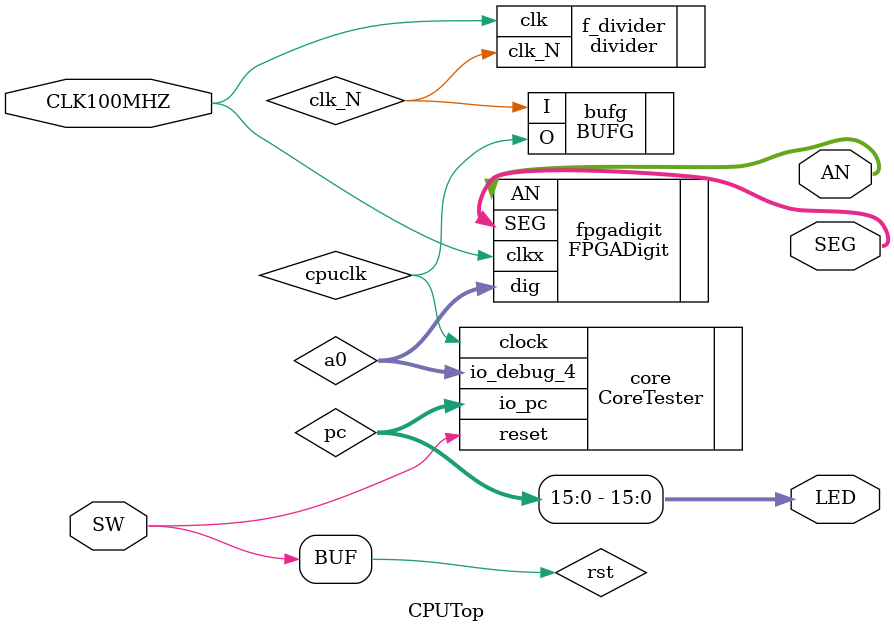
<source format=v>
`timescale 1ns / 1ps

module CPUTop(
    input CLK100MHZ,
    input  SW,
    output [7:0] AN,
    output [0:7] SEG,
    output [15:0] LED
);
    wire rst, clk_N;
    divider #(2) f_divider(.clk(CLK100MHZ), .clk_N(clk_N));
    
    (* DONT_TOUCH = "TRUE" *)wire [31:0] a0;
    (* DONT_TOUCH = "TRUE" *)wire [31:0] pc;
    
    assign rst = SW;
    assign LED = pc[15:0];
    
    BUFG bufg(
        .I(clk_N),
        .O(cpuclk)
    );
    
    CoreTester core(
        .clock(cpuclk),
        .reset(rst),
        .io_debug_4(a0),
        .io_pc(pc)
    );
    
    FPGADigit fpgadigit(
        .clkx(CLK100MHZ),
        .AN(AN),
        .SEG(SEG),
        .dig(a0)
    );
    
endmodule


</source>
